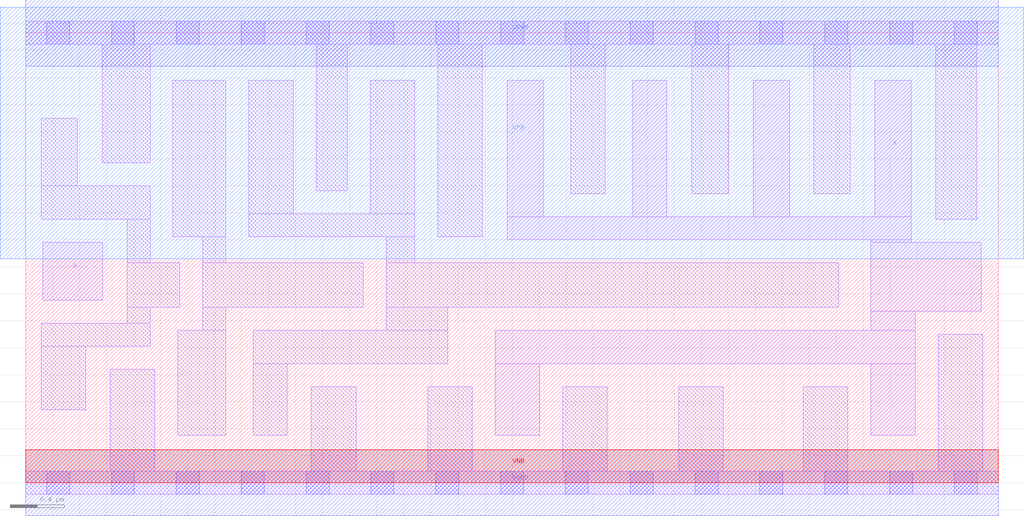
<source format=lef>
# Copyright 2020 The SkyWater PDK Authors
#
# Licensed under the Apache License, Version 2.0 (the "License");
# you may not use this file except in compliance with the License.
# You may obtain a copy of the License at
#
#     https://www.apache.org/licenses/LICENSE-2.0
#
# Unless required by applicable law or agreed to in writing, software
# distributed under the License is distributed on an "AS IS" BASIS,
# WITHOUT WARRANTIES OR CONDITIONS OF ANY KIND, either express or implied.
# See the License for the specific language governing permissions and
# limitations under the License.
#
# SPDX-License-Identifier: Apache-2.0

VERSION 5.7 ;
  NOWIREEXTENSIONATPIN ON ;
  DIVIDERCHAR "/" ;
  BUSBITCHARS "[]" ;
MACRO sky130_fd_sc_ms__bufbuf_8
  CLASS CORE ;
  FOREIGN sky130_fd_sc_ms__bufbuf_8 ;
  ORIGIN  0.000000  0.000000 ;
  SIZE  7.200000 BY  3.330000 ;
  SYMMETRY X Y ;
  SITE unit ;
  PIN A
    ANTENNAGATEAREA  0.233700 ;
    DIRECTION INPUT ;
    USE SIGNAL ;
    PORT
      LAYER li1 ;
        RECT 0.125000 1.350000 0.570000 1.780000 ;
    END
  END A
  PIN X
    ANTENNADIFFAREA  2.138800 ;
    DIRECTION OUTPUT ;
    USE SIGNAL ;
    PORT
      LAYER li1 ;
        RECT 3.475000 0.350000 3.805000 0.880000 ;
        RECT 3.475000 0.880000 6.585000 1.130000 ;
        RECT 3.565000 1.800000 6.555000 1.970000 ;
        RECT 3.565000 1.970000 3.830000 2.980000 ;
        RECT 4.495000 1.970000 4.745000 2.980000 ;
        RECT 5.385000 1.970000 5.655000 2.980000 ;
        RECT 6.255000 0.350000 6.585000 0.880000 ;
        RECT 6.255000 1.130000 6.585000 1.270000 ;
        RECT 6.255000 1.270000 7.075000 1.780000 ;
        RECT 6.255000 1.780000 6.555000 1.800000 ;
        RECT 6.285000 1.970000 6.555000 2.980000 ;
    END
  END X
  PIN VGND
    DIRECTION INOUT ;
    USE GROUND ;
    PORT
      LAYER met1 ;
        RECT 0.000000 -0.245000 7.200000 0.245000 ;
    END
  END VGND
  PIN VNB
    DIRECTION INOUT ;
    USE GROUND ;
    PORT
      LAYER pwell ;
        RECT 0.000000 0.000000 7.200000 0.245000 ;
    END
  END VNB
  PIN VPB
    DIRECTION INOUT ;
    USE POWER ;
    PORT
      LAYER nwell ;
        RECT -0.190000 1.660000 7.390000 3.520000 ;
    END
  END VPB
  PIN VPWR
    DIRECTION INOUT ;
    USE POWER ;
    PORT
      LAYER met1 ;
        RECT 0.000000 3.085000 7.200000 3.575000 ;
    END
  END VPWR
  OBS
    LAYER li1 ;
      RECT 0.000000 -0.085000 7.200000 0.085000 ;
      RECT 0.000000  3.245000 7.200000 3.415000 ;
      RECT 0.115000  0.540000 0.445000 1.010000 ;
      RECT 0.115000  1.010000 0.920000 1.180000 ;
      RECT 0.115000  1.950000 0.920000 2.200000 ;
      RECT 0.115000  2.200000 0.380000 2.700000 ;
      RECT 0.565000  2.370000 0.920000 3.245000 ;
      RECT 0.625000  0.085000 0.955000 0.840000 ;
      RECT 0.750000  1.180000 0.920000 1.300000 ;
      RECT 0.750000  1.300000 1.140000 1.630000 ;
      RECT 0.750000  1.630000 0.920000 1.950000 ;
      RECT 1.090000  1.820000 1.480000 2.980000 ;
      RECT 1.125000  0.350000 1.480000 1.130000 ;
      RECT 1.310000  1.130000 1.480000 1.300000 ;
      RECT 1.310000  1.300000 2.500000 1.630000 ;
      RECT 1.310000  1.630000 1.480000 1.820000 ;
      RECT 1.650000  1.820000 2.880000 1.990000 ;
      RECT 1.650000  1.990000 1.980000 2.980000 ;
      RECT 1.685000  0.350000 1.935000 0.880000 ;
      RECT 1.685000  0.880000 3.125000 1.130000 ;
      RECT 2.115000  0.085000 2.445000 0.710000 ;
      RECT 2.150000  2.160000 2.380000 3.245000 ;
      RECT 2.550000  1.990000 2.880000 2.980000 ;
      RECT 2.670000  1.130000 3.125000 1.300000 ;
      RECT 2.670000  1.300000 6.020000 1.630000 ;
      RECT 2.670000  1.630000 2.880000 1.820000 ;
      RECT 2.975000  0.085000 3.305000 0.710000 ;
      RECT 3.050000  1.820000 3.380000 3.245000 ;
      RECT 3.975000  0.085000 4.305000 0.710000 ;
      RECT 4.035000  2.140000 4.290000 3.245000 ;
      RECT 4.835000  0.085000 5.165000 0.710000 ;
      RECT 4.930000  2.140000 5.205000 3.245000 ;
      RECT 5.755000  0.085000 6.085000 0.710000 ;
      RECT 5.835000  2.140000 6.105000 3.245000 ;
      RECT 6.735000  1.950000 7.040000 3.245000 ;
      RECT 6.755000  0.085000 7.085000 1.100000 ;
    LAYER mcon ;
      RECT 0.155000 -0.085000 0.325000 0.085000 ;
      RECT 0.155000  3.245000 0.325000 3.415000 ;
      RECT 0.635000 -0.085000 0.805000 0.085000 ;
      RECT 0.635000  3.245000 0.805000 3.415000 ;
      RECT 1.115000 -0.085000 1.285000 0.085000 ;
      RECT 1.115000  3.245000 1.285000 3.415000 ;
      RECT 1.595000 -0.085000 1.765000 0.085000 ;
      RECT 1.595000  3.245000 1.765000 3.415000 ;
      RECT 2.075000 -0.085000 2.245000 0.085000 ;
      RECT 2.075000  3.245000 2.245000 3.415000 ;
      RECT 2.555000 -0.085000 2.725000 0.085000 ;
      RECT 2.555000  3.245000 2.725000 3.415000 ;
      RECT 3.035000 -0.085000 3.205000 0.085000 ;
      RECT 3.035000  3.245000 3.205000 3.415000 ;
      RECT 3.515000 -0.085000 3.685000 0.085000 ;
      RECT 3.515000  3.245000 3.685000 3.415000 ;
      RECT 3.995000 -0.085000 4.165000 0.085000 ;
      RECT 3.995000  3.245000 4.165000 3.415000 ;
      RECT 4.475000 -0.085000 4.645000 0.085000 ;
      RECT 4.475000  3.245000 4.645000 3.415000 ;
      RECT 4.955000 -0.085000 5.125000 0.085000 ;
      RECT 4.955000  3.245000 5.125000 3.415000 ;
      RECT 5.435000 -0.085000 5.605000 0.085000 ;
      RECT 5.435000  3.245000 5.605000 3.415000 ;
      RECT 5.915000 -0.085000 6.085000 0.085000 ;
      RECT 5.915000  3.245000 6.085000 3.415000 ;
      RECT 6.395000 -0.085000 6.565000 0.085000 ;
      RECT 6.395000  3.245000 6.565000 3.415000 ;
      RECT 6.875000 -0.085000 7.045000 0.085000 ;
      RECT 6.875000  3.245000 7.045000 3.415000 ;
  END
END sky130_fd_sc_ms__bufbuf_8
END LIBRARY

</source>
